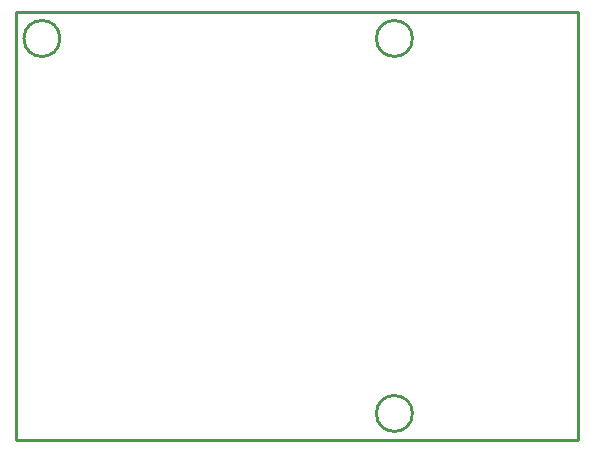
<source format=gbr>
G04 (created by PCBNEW (2013-07-07 BZR 4022)-stable) date 11/10/2013 6:39:55 PM*
%MOIN*%
G04 Gerber Fmt 3.4, Leading zero omitted, Abs format*
%FSLAX34Y34*%
G01*
G70*
G90*
G04 APERTURE LIST*
%ADD10C,0.00590551*%
%ADD11C,0.01*%
G04 APERTURE END LIST*
G54D10*
G54D11*
X49750Y-47250D02*
X31000Y-47250D01*
X49750Y-61500D02*
X31000Y-61500D01*
X49750Y-47250D02*
X49750Y-61500D01*
X31000Y-61500D02*
X31000Y-47250D01*
X44225Y-60625D02*
G75*
G03X44225Y-60625I-600J0D01*
G74*
G01*
X44225Y-48125D02*
G75*
G03X44225Y-48125I-600J0D01*
G74*
G01*
X32475Y-48125D02*
G75*
G03X32475Y-48125I-600J0D01*
G74*
G01*
M02*

</source>
